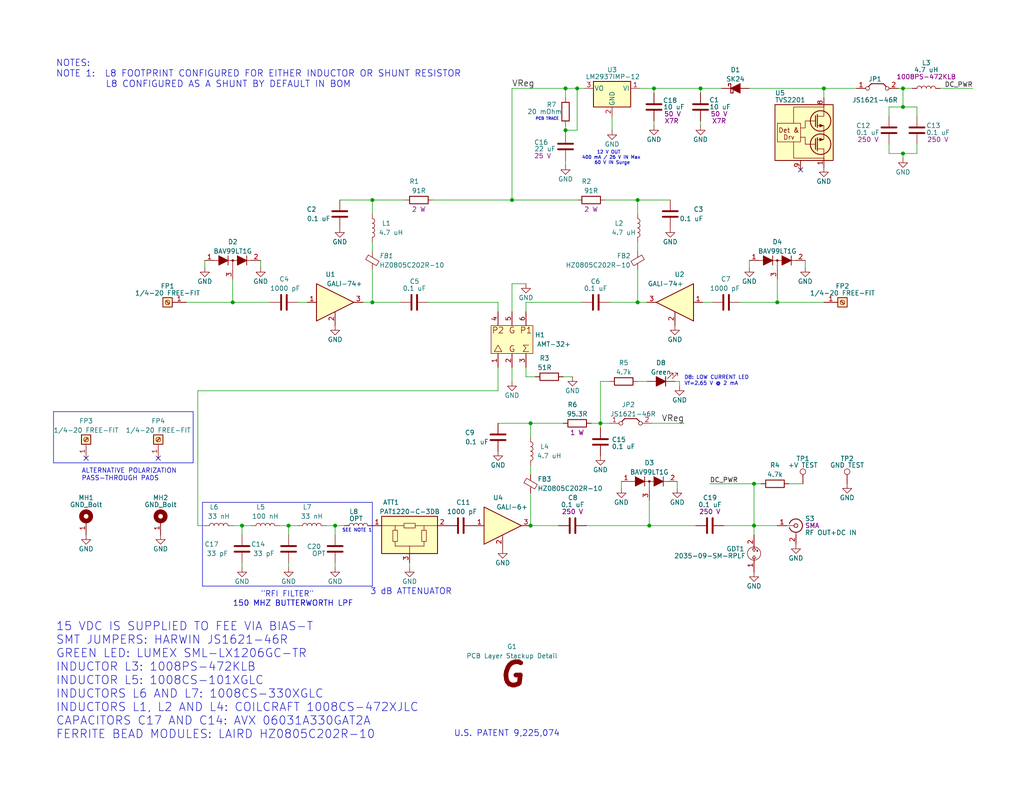
<source format=kicad_sch>
(kicad_sch (version 20230121) (generator eeschema)
  (paper "USLetter")
  (title_block (title "LWA FEE") (date "2022-04-13") (rev "2.0-32+") (company "Long Wavelength Array") (comment 1 "4555 Overlook Avenue SW") (comment 2 "Washington, DC 20375") (comment 3 "Brian Hicks / Whitham D. Reeve") (comment 4 "U.S. Naval Research Laboratory"))
  (junction (at 63.5 82.55))
  (junction (at 173.99 82.55))
  (junction (at 246.38 29.21))
  (junction (at 154.305 35.56))
  (junction (at 154.305 24.13))
  (junction (at 78.74 143.51))
  (junction (at 101.6 54.61))
  (junction (at 224.79 24.13))
  (junction (at 163.83 115.57))
  (junction (at 212.09 82.55))
  (junction (at 144.78 143.51))
  (junction (at 91.44 143.51))
  (junction (at 178.435 24.13))
  (junction (at 246.38 24.13))
  (junction (at 205.74 132.08))
  (junction (at 144.78 115.57))
  (junction (at 246.38 41.91))
  (junction (at 66.04 143.51))
  (junction (at 101.6 82.55))
  (junction (at 205.74 143.51))
  (junction (at 139.7 54.61))
  (junction (at 177.165 143.51))
  (junction (at 173.99 54.61))
  (junction (at 191.135 24.13))
  (junction (at 157.48 24.13))
  (no_connect (at 23.495 125.095))
  (no_connect (at 43.18 125.095))
  (no_connect (at 218.44 46.355))
  (wire (pts (xy 139.7 100.33) (xy 139.7 104.14)))
  (wire (pts (xy 143.51 82.55) (xy 158.75 82.55)))
  (wire (pts (xy 78.74 143.51) (xy 81.28 143.51)))
  (wire (pts (xy 196.85 24.13) (xy 191.135 24.13)))
  (wire (pts (xy 143.51 85.09) (xy 143.51 82.55)))
  (wire (pts (xy 101.6 68.58) (xy 101.6 66.04)))
  (wire (pts (xy 55.88 73.025) (xy 55.88 71.12)))
  (wire (pts (xy 194.31 82.55) (xy 191.77 82.55)))
  (wire (pts (xy 177.165 143.51) (xy 189.865 143.51)))
  (polyline (pts (xy 52.705 112.395) (xy 14.605 112.395)))
  (wire (pts (xy 184.785 133.35) (xy 184.785 131.445)))
  (wire (pts (xy 201.93 82.55) (xy 212.09 82.55)))
  (polyline (pts (xy 55.245 137.16) (xy 101.6 137.16)))
  (wire (pts (xy 178.435 24.13) (xy 191.135 24.13)))
  (wire (pts (xy 163.83 115.57) (xy 166.37 115.57)))
  (wire (pts (xy 78.74 153.67) (xy 78.74 154.94)))
  (wire (pts (xy 135.89 100.33) (xy 135.89 106.68)))
  (polyline (pts (xy 55.245 160.02) (xy 55.245 137.16)))
  (wire (pts (xy 197.485 143.51) (xy 205.74 143.51)))
  (wire (pts (xy 144.78 115.57) (xy 135.89 115.57)))
  (wire (pts (xy 205.74 146.05) (xy 205.74 143.51)))
  (wire (pts (xy 101.6 73.66) (xy 101.6 82.55)))
  (wire (pts (xy 76.2 143.51) (xy 78.74 143.51)))
  (wire (pts (xy 246.38 43.18) (xy 246.38 41.91)))
  (wire (pts (xy 50.8 82.55) (xy 63.5 82.55)))
  (wire (pts (xy 224.79 24.13) (xy 233.68 24.13)))
  (wire (pts (xy 139.7 85.09) (xy 139.7 77.47)))
  (wire (pts (xy 63.5 76.2) (xy 63.5 82.55)))
  (wire (pts (xy 143.51 102.87) (xy 143.51 100.33)))
  (wire (pts (xy 157.48 35.56) (xy 157.48 24.13)))
  (wire (pts (xy 88.9 143.51) (xy 91.44 143.51)))
  (wire (pts (xy 242.57 29.21) (xy 246.38 29.21)))
  (wire (pts (xy 91.44 153.67) (xy 91.44 154.94)))
  (wire (pts (xy 205.74 143.51) (xy 205.74 132.08)))
  (wire (pts (xy 204.47 24.13) (xy 224.79 24.13)))
  (wire (pts (xy 174.625 24.13) (xy 178.435 24.13)))
  (wire (pts (xy 191.135 25.4) (xy 191.135 24.13)))
  (wire (pts (xy 245.11 24.13) (xy 246.38 24.13)))
  (wire (pts (xy 143.51 77.47) (xy 139.7 77.47)))
  (wire (pts (xy 242.57 31.75) (xy 242.57 29.21)))
  (wire (pts (xy 204.47 73.025) (xy 204.47 71.12)))
  (wire (pts (xy 219.71 73.025) (xy 219.71 71.12)))
  (wire (pts (xy 66.04 143.51) (xy 68.58 143.51)))
  (wire (pts (xy 242.57 41.91) (xy 246.38 41.91)))
  (wire (pts (xy 71.12 73.025) (xy 71.12 71.12)))
  (wire (pts (xy 242.57 39.37) (xy 242.57 41.91)))
  (wire (pts (xy 185.42 104.14) (xy 185.42 105.41)))
  (wire (pts (xy 246.38 29.21) (xy 250.19 29.21)))
  (wire (pts (xy 166.37 104.14) (xy 163.83 104.14)))
  (wire (pts (xy 173.99 73.66) (xy 173.99 82.55)))
  (wire (pts (xy 184.15 104.14) (xy 185.42 104.14)))
  (wire (pts (xy 215.265 132.08) (xy 219.075 132.08)))
  (wire (pts (xy 143.51 102.87) (xy 146.05 102.87)))
  (wire (pts (xy 66.04 154.94) (xy 66.04 153.67)))
  (wire (pts (xy 81.28 82.55) (xy 83.82 82.55)))
  (wire (pts (xy 118.11 54.61) (xy 139.7 54.61)))
  (wire (pts (xy 144.78 115.57) (xy 144.78 119.38)))
  (wire (pts (xy 144.78 143.51) (xy 152.4 143.51)))
  (wire (pts (xy 53.975 143.51) (xy 55.88 143.51)))
  (wire (pts (xy 101.6 54.61) (xy 92.71 54.61)))
  (wire (pts (xy 153.67 102.87) (xy 156.21 102.87)))
  (wire (pts (xy 160.02 143.51) (xy 177.165 143.51)))
  (wire (pts (xy 110.49 54.61) (xy 101.6 54.61)))
  (polyline (pts (xy 101.6 160.02) (xy 55.245 160.02)))
  (wire (pts (xy 139.7 24.13) (xy 139.7 54.61)))
  (wire (pts (xy 111.76 154.94) (xy 111.76 153.67)))
  (wire (pts (xy 246.38 24.13) (xy 248.92 24.13)))
  (wire (pts (xy 139.7 54.61) (xy 157.48 54.61)))
  (wire (pts (xy 135.89 82.55) (xy 135.89 85.09)))
  (wire (pts (xy 154.305 43.815) (xy 154.305 45.085)))
  (wire (pts (xy 53.975 106.68) (xy 135.89 106.68)))
  (wire (pts (xy 173.99 82.55) (xy 166.37 82.55)))
  (wire (pts (xy 169.545 133.35) (xy 169.545 131.445)))
  (wire (pts (xy 91.44 146.05) (xy 91.44 143.51)))
  (wire (pts (xy 205.74 132.08) (xy 207.645 132.08)))
  (wire (pts (xy 154.305 35.56) (xy 154.305 34.29)))
  (wire (pts (xy 144.78 134.62) (xy 144.78 143.51)))
  (wire (pts (xy 250.19 41.91) (xy 250.19 39.37)))
  (wire (pts (xy 91.44 143.51) (xy 93.98 143.51)))
  (wire (pts (xy 178.435 33.02) (xy 178.435 34.29)))
  (wire (pts (xy 99.06 82.55) (xy 101.6 82.55)))
  (wire (pts (xy 154.305 24.13) (xy 154.305 26.67)))
  (wire (pts (xy 212.09 76.2) (xy 212.09 82.55)))
  (wire (pts (xy 256.54 24.13) (xy 265.43 24.13)))
  (wire (pts (xy 177.8 115.57) (xy 186.69 115.57)))
  (wire (pts (xy 116.84 82.55) (xy 135.89 82.55)))
  (wire (pts (xy 178.435 25.4) (xy 178.435 24.13)))
  (wire (pts (xy 246.38 41.91) (xy 250.19 41.91)))
  (wire (pts (xy 165.1 54.61) (xy 173.99 54.61)))
  (wire (pts (xy 154.305 24.13) (xy 157.48 24.13)))
  (wire (pts (xy 173.99 54.61) (xy 182.88 54.61)))
  (wire (pts (xy 176.53 82.55) (xy 173.99 82.55)))
  (wire (pts (xy 193.675 132.08) (xy 205.74 132.08)))
  (wire (pts (xy 154.305 35.56) (xy 157.48 35.56)))
  (wire (pts (xy 66.04 146.05) (xy 66.04 143.51)))
  (wire (pts (xy 139.7 24.13) (xy 154.305 24.13)))
  (polyline (pts (xy 14.605 112.395) (xy 14.605 126.365)))
  (wire (pts (xy 163.83 104.14) (xy 163.83 115.57)))
  (wire (pts (xy 78.74 146.05) (xy 78.74 143.51)))
  (wire (pts (xy 224.79 82.55) (xy 212.09 82.55)))
  (wire (pts (xy 101.6 82.55) (xy 109.22 82.55)))
  (wire (pts (xy 212.09 143.51) (xy 205.74 143.51)))
  (wire (pts (xy 154.305 36.195) (xy 154.305 35.56)))
  (polyline (pts (xy 14.605 126.365) (xy 52.705 126.365)))
  (wire (pts (xy 53.975 106.68) (xy 53.975 143.51)))
  (wire (pts (xy 167.005 31.75) (xy 167.005 35.56)))
  (polyline (pts (xy 52.705 126.365) (xy 52.705 112.395)))
  (wire (pts (xy 173.99 104.14) (xy 176.53 104.14)))
  (wire (pts (xy 157.48 24.13) (xy 159.385 24.13)))
  (wire (pts (xy 191.135 33.02) (xy 191.135 34.29)))
  (polyline (pts (xy 101.6 137.16) (xy 101.6 160.02)))
  (wire (pts (xy 63.5 143.51) (xy 66.04 143.51)))
  (wire (pts (xy 153.67 115.57) (xy 144.78 115.57)))
  (wire (pts (xy 101.6 54.61) (xy 101.6 58.42)))
  (wire (pts (xy 250.19 29.21) (xy 250.19 31.75)))
  (wire (pts (xy 144.78 129.54) (xy 144.78 127)))
  (wire (pts (xy 246.38 24.13) (xy 246.38 29.21)))
  (wire (pts (xy 163.83 116.84) (xy 163.83 115.57)))
  (wire (pts (xy 73.66 82.55) (xy 63.5 82.55)))
  (wire (pts (xy 173.99 54.61) (xy 173.99 58.42)))
  (wire (pts (xy 161.29 115.57) (xy 163.83 115.57)))
  (wire (pts (xy 177.165 136.525) (xy 177.165 143.51)))
  (wire (pts (xy 173.99 68.58) (xy 173.99 66.04)))
  (wire (pts (xy 224.79 26.67) (xy 224.79 24.13)))
  (text "PCB TRACE" (at 146.05 33.02 0) (effects (font (size 0.762 0.762)) (justify left bottom)))
  (text "\"RFI FILTER\"" (at 71.12 163.195 0) (effects (font (size 1.524 1.524)) (justify left bottom)))
  (text "U.S. PATENT 9,225,074" (at 123.825 201.295 0) (effects (font (size 1.651 1.651)) (justify left bottom)))
  (text "150 MHZ BUTTERWORTH LPF" (at 63.5 165.735 0) (effects (font (size 1.524 1.524)) (justify left bottom)))
  (text "D8: LOW CURRENT LED\nVf=2.65 V @ 2 mA" (at 186.69 105.41 0) (effects (font (size 1.016 1.016)) (justify left bottom)))
  (text "NOTES:\nNOTE 1:  L8 FOOTPRINT CONFIGURED FOR EITHER INDUCTOR OR SHUNT RESISTOR\n          L8 CONFIGURED AS A SHUNT BY DEFAULT IN BOM" (at 15.24 24.13 0) (effects (font (size 1.778 1.778)) (justify left bottom)))
  (text "SEE NOTE 1" (at 93.345 145.415 0) (effects (font (size 0.889 0.889)) (justify left bottom)))
  (text "3 dB ATTENUATOR" (at 100.965 162.56 0) (effects (font (size 1.651 1.651)) (justify left bottom)))
  (text "      12 V OUT\n400 mA / 26 V IN Max\n     60 V IN Surge" (at 158.75 45.085 0) (effects (font (size 0.889 0.889)) (justify left bottom)))
  (text "150 MHZ BUTTERWORTH LPF" (at 63.5 165.735 0) (effects (font (size 1.524 1.524)) (justify left bottom)))
  (text "15 VDC IS SUPPLIED TO FEE VIA BIAS-T\nSMT JUMPERS: HARWIN JS1621-46R\nGREEN LED: LUMEX SML-LX1206GC-TR\nINDUCTOR L3: 1008PS-472KLB\nINDUCTOR L5: 1008CS-101XGLC\nINDUCTORS L6 AND L7: 1008CS-330XGLC\nINDUCTORS L1, L2 AND L4: COILCRAFT 1008CS-472XJLC\nCAPACITORS C17 AND C14: AVX 06031A330GAT2A\nFERRITE BEAD MODULES: LAIRD HZ0805C202R-10" (at 15.24 201.93 0) (effects (font (size 2.286 2.286)) (justify left bottom)))
  (text "ALTERNATIVE POLARIZATION\nPASS-THROUGH PADS" (at 22.225 131.445 0) (effects (font (size 1.27 1.27)) (justify left bottom)))
  (label "DC_PWR" (at 193.675 132.08 0))
  (label "DC_PWR" (at 265.43 24.13 180))
  (label "VReg" (at 186.69 115.57 180) (effects (font (size 1.651 1.651))))
  (label "VReg" (at 139.7 24.13 0) (effects (font (size 1.651 1.651))))
  (symbol (lib_id "LWA_RF:GALI-74+") (at 91.44 82.55 0) (unit 1)
    (property "Reference" "U1" (at 90.17 74.93 0))
    (property "Value" "GALI-74+" (at 93.98 77.47 0))
    (property "Footprint" "LWA Balun 2020:MCL_Gali" (effects hide))
    (property "Datasheet" "https://www.minicircuits.com/pdfs/GALI-74+.pdf" (effects hide))
    (property "MPN" "GALI-74+" (effects hide))
    (property "MFGR" "Mini-Circuits" (effects hide))
    (property "Tolerance" "NA" (effects hide))
    (property "Power" "NA" (effects hide))
    (property "Voltage Rating" "NA" (effects hide))
    (property "Unit Cost" "2.65" (effects hide))
    (property "Stock" "3424" (effects hide))
    (property "Stock Date" "03/03/2022" (effects hide))
    (property "Desc" "SMT Low Noise Amplifier, DC - 1 GHz, 25.1 dB Gain, 2.7 dB NF, IP3O 38dBm, 50Ω" (effects hide))
    (property "Voltage" "NA" (effects hide))
    (property "Temp Coeff" "NA" (effects hide))
    (property "Rating (A)" "NA" (effects hide))
  )
  (symbol (lib_id "Device:C") (at 77.47 82.55 270) (unit 1)
    (property "Reference" "C4" (at 76.2 76.2 90) (effects (justify left)))
    (property "Value" "1000 pF" (at 73.66 78.74 90) (effects (justify left)))
    (property "Footprint" "LWA Balun 2020:C_1206_3216Metric_Pad1.6x1.8mm" (effects hide))
    (property "Datasheet" "https://content.kemet.com/datasheets/KEM_C1010_X7R_HV_SMD.pdf" (effects hide))
    (property "MPN" "C1206C102KBRACTU" (effects hide))
    (property "MFGR" "KEMET" (effects hide))
    (property "Tolerance" "10%" (effects hide))
    (property "Power" "NA" (effects hide))
    (property "Voltage Rating" "630 V" (effects hide))
    (property "Unit Cost" "0.32" (effects hide))
    (property "Stock" "6278" (effects hide))
    (property "Stock Date" "03/02/2022" (effects hide))
    (property "Desc" "CAP CER 1000PF 630V X7R 1206" (effects hide))
    (property "Voltage" "630 V" (effects hide))
    (property "Temp Coeff" "X7R" (effects hide))
  )
  (symbol (lib_id "power:GND") (at 91.44 88.9 0) (unit 1)
    (property "Reference" "#PWR05" (effects hide))
    (property "Value" "GND" (at 91.44 92.71 0))
  )
  (symbol (lib_id "Device:Ferrite_Bead_Small") (at 101.6 71.12 0) (unit 1)
    (property "Reference" "FB1" (at 103.505 69.85 0) (effects (font italic) (justify left)))
    (property "Value" "HZ0805C202R-10" (at 103.505 72.39 0) (effects (justify left)))
    (property "Footprint" "Inductor_SMD:L_0805_2012Metric_Pad1.15x1.40mm_HandSolder" (effects hide))
    (property "Datasheet" "https://media.digikey.com/pdf/Data%20Sheets/Laird%20Technologies/Ferrite_EMI_Catalog.pdf" (effects hide))
    (property "MPN" "HZ0805C202R-10" (effects hide))
    (property "MFGR" "Laird-Signal Integrity Products" (effects hide))
    (property "Tolerance" "NA" (effects hide))
    (property "Power" "NA" (effects hide))
    (property "Voltage Rating" "NA" (effects hide))
    (property "Unit Cost" "0.10" (effects hide))
    (property "Stock" "180780" (effects hide))
    (property "Stock Date" "03/03/2022" (effects hide))
    (property "Desc" "FERRITE BEAD 2 KOHM 0805 1LN" (effects hide))
    (property "Voltage" "NA" (effects hide))
    (property "Temp Coeff" "NA" (effects hide))
    (property "Rating (A)" "300 mA" (effects hide))
  )
  (symbol (lib_id "Device:L") (at 101.6 62.23 0) (unit 1)
    (property "Reference" "L1" (at 105.41 60.96 0))
    (property "Value" "4.7 uH" (at 106.68 63.5 0))
    (property "Footprint" "LWA Balun 2020:1008CS" (effects hide))
    (property "Datasheet" "https://www.coilcraft.com/pdfs/1008cs.pdf" (effects hide))
    (property "MPN" "1008CS-472XJLC" (effects hide))
    (property "MFGR" "Coilcraft" (effects hide))
    (property "Tolerance" "5%" (effects hide))
    (property "Power" "NA" (effects hide))
    (property "Voltage Rating" "NA" (effects hide))
    (property "Unit Cost" "0.51" (effects hide))
    (property "Stock" "77719" (effects hide))
    (property "Stock Date" "03/03/2022" (effects hide))
    (property "Desc" "FIXED IND 1008 4.7uH 5% 260mA 4Ohms" (effects hide))
    (property "Voltage" "NA" (effects hide))
    (property "Temp Coeff" "NA" (effects hide))
    (property "Rating (A)" "260 mA" (effects hide))
  )
  (symbol (lib_id "Device:C") (at 113.03 82.55 270) (unit 1)
    (property "Reference" "C5" (at 111.76 76.835 90) (effects (justify left)))
    (property "Value" "0.1 uF" (at 109.855 78.74 90) (effects (justify left)))
    (property "Footprint" "LWA Balun 2020:C_1206_3216Metric_Pad1.6x1.8mm" (effects hide))
    (property "Datasheet" "https://www.yageo.com/upload/media/product/products/datasheet/mlcc/UPY-NP0X7R_MV_100-to-630V_21.pdf" (effects hide))
    (property "MPN" "CC1206KKX7RYBB104" (effects hide))
    (property "MFGR" "Yageo" (effects hide))
    (property "Tolerance" "10%" (effects hide))
    (property "Power" "NA" (effects hide))
    (property "Voltage Rating" "250 V" (effects hide))
    (property "Unit Cost" "0.33" (effects hide))
    (property "Stock" "1075" (effects hide))
    (property "Stock Date" "03/02/2022" (effects hide))
    (property "Desc" "CAP CER 0.1UF 250V X7R 1206" (effects hide))
    (property "Voltage" "250 V" (effects hide))
    (property "Temp Coeff" "X7R" (effects hide))
  )
  (symbol (lib_id "Device:C") (at 92.71 58.42 180) (unit 1)
    (property "Reference" "C2" (at 86.36 57.15 0) (effects (justify left)))
    (property "Value" "0.1 uF" (at 90.17 59.69 0) (effects (justify left)))
    (property "Footprint" "LWA Balun 2020:C_1206_3216Metric_Pad1.6x1.8mm" (effects hide))
    (property "Datasheet" "https://www.yageo.com/upload/media/product/products/datasheet/mlcc/UPY-NP0X7R_MV_100-to-630V_21.pdf" (effects hide))
    (property "MPN" "CC1206KKX7RYBB104" (effects hide))
    (property "MFGR" "Yageo" (effects hide))
    (property "Tolerance" "10%" (effects hide))
    (property "Power" "NA" (effects hide))
    (property "Voltage Rating" "250 V" (effects hide))
    (property "Unit Cost" "0.33" (effects hide))
    (property "Stock" "1075" (effects hide))
    (property "Stock Date" "03/02/2022" (effects hide))
    (property "Desc" "CAP CER 0.1UF 250V X7R 1206" (effects hide))
    (property "Voltage" "250 V" (effects hide))
    (property "Temp Coeff" "X7R" (effects hide))
  )
  (symbol (lib_id "power:GND") (at 92.71 62.23 0) (unit 1)
    (property "Reference" "#PWR06" (effects hide))
    (property "Value" "GND" (at 92.71 66.04 0))
  )
  (symbol (lib_id "Device:R") (at 114.3 54.61 270) (unit 1)
    (property "Reference" "R1" (at 113.03 49.53 90))
    (property "Value" "91R" (at 114.3 52.07 90))
    (property "Footprint" "LWA Balun 2020:R_2512_6332Metric_Pad1.8x3.35mm" (effects hide))
    (property "Datasheet" "https://www.te.com/commerce/DocumentDelivery/DDEController?Action=srchrtrv&DocNm=9-1773463-5&DocType=DS&DocLang=English" (effects hide))
    (property "MPN" "352191RFT" (effects hide))
    (property "MFGR" "TE Connectivity Passive" (effects hide))
    (property "Tolerance" "1%" (effects hide))
    (property "Power" "2 W" (at 114.3 57.15 90))
    (property "Voltage Rating" "NA" (effects hide))
    (property "Unit Cost" "0.51" (effects hide))
    (property "Stock" "6905" (effects hide))
    (property "Stock Date" "03/03/2022" (effects hide))
    (property "Desc" "RES SMD 91 OHM 1% 2W 2512" (effects hide))
    (property "Voltage" "200 V" (effects hide))
    (property "Temp Coeff" "NA" (effects hide))
    (property "Rating (A)" "NA" (effects hide))
  )
  (symbol (lib_id "LWA_RF:GALI-74+") (at 184.15 82.55 0) (mirror y) (unit 1)
    (property "Reference" "U2" (at 185.42 74.93 0))
    (property "Value" "GALI-74+" (at 181.61 77.47 0))
    (property "Footprint" "LWA Balun 2020:MCL_Gali" (effects hide))
    (property "Datasheet" "https://www.minicircuits.com/pdfs/GALI-74+.pdf" (effects hide))
    (property "MPN" "GALI-74+" (effects hide))
    (property "MFGR" "Mini-Circuits" (effects hide))
    (property "Tolerance" "NA" (effects hide))
    (property "Power" "NA" (effects hide))
    (property "Voltage Rating" "NA" (effects hide))
    (property "Unit Cost" "2.65" (effects hide))
    (property "Stock" "3424" (effects hide))
    (property "Stock Date" "03/03/2022" (effects hide))
    (property "Desc" "SMT Low Noise Amplifier, DC - 1 GHz, 25.1 dB Gain, 2.7 dB NF, IP3O 38dBm, 50Ω" (effects hide))
    (property "Voltage" "NA" (effects hide))
    (property "Temp Coeff" "NA" (effects hide))
    (property "Rating (A)" "NA" (effects hide))
  )
  (symbol (lib_id "Device:C") (at 198.12 82.55 90) (mirror x) (unit 1)
    (property "Reference" "C7" (at 199.39 76.2 90) (effects (justify left)))
    (property "Value" "1000 pF" (at 201.93 78.74 90) (effects (justify left)))
    (property "Footprint" "LWA Balun 2020:C_1206_3216Metric_Pad1.6x1.8mm" (effects hide))
    (property "Datasheet" "https://content.kemet.com/datasheets/KEM_C1010_X7R_HV_SMD.pdf" (effects hide))
    (property "MPN" "C1206C102KBRACTU" (effects hide))
    (property "MFGR" "KEMET" (effects hide))
    (property "Tolerance" "10%" (effects hide))
    (property "Power" "NA" (effects hide))
    (property "Voltage Rating" "630 V" (effects hide))
    (property "Unit Cost" "0.32" (effects hide))
    (property "Stock" "6278" (effects hide))
    (property "Stock Date" "03/02/2022" (effects hide))
    (property "Desc" "CAP CER 1000PF 630V X7R 1206" (effects hide))
    (property "Voltage" "630 V" (effects hide))
    (property "Temp Coeff" "X7R" (effects hide))
  )
  (symbol (lib_id "power:GND") (at 184.15 88.9 0) (mirror y) (unit 1)
    (property "Reference" "#PWR018" (effects hide))
    (property "Value" "GND" (at 184.15 92.71 0))
  )
  (symbol (lib_id "Device:Ferrite_Bead_Small") (at 173.99 71.12 0) (mirror y) (unit 1)
    (property "Reference" "FB2" (at 172.085 69.85 0) (effects (justify left)))
    (property "Value" "HZ0805C202R-10" (at 172.085 72.39 0) (effects (justify left)))
    (property "Footprint" "Inductor_SMD:L_0805_2012Metric_Pad1.15x1.40mm_HandSolder" (effects hide))
    (property "Datasheet" "https://media.digikey.com/pdf/Data%20Sheets/Laird%20Technologies/Ferrite_EMI_Catalog.pdf" (effects hide))
    (property "MPN" "HZ0805C202R-10" (effects hide))
    (property "MFGR" "Laird-Signal Integrity Products" (effects hide))
    (property "Tolerance" "NA" (effects hide))
    (property "Power" "NA" (effects hide))
    (property "Voltage Rating" "NA" (effects hide))
    (property "Unit Cost" "0.10" (effects hide))
    (property "Stock" "180780" (effects hide))
    (property "Stock Date" "03/03/2022" (effects hide))
    (property "Desc" "FERRITE BEAD 2 KOHM 0805 1LN" (effects hide))
    (property "Voltage" "NA" (effects hide))
    (property "Temp Coeff" "NA" (effects hide))
    (property "Rating (A)" "300 mA" (effects hide))
  )
  (symbol (lib_id "Device:L") (at 252.73 24.13 270) (mirror x) (unit 1)
    (property "Reference" "L3" (at 252.73 17.145 90))
    (property "Value" "4.7 uH" (at 252.73 19.05 90))
    (property "Footprint" "LWA Balun 2020:1008PS" (effects hide))
    (property "Datasheet" "https://www.coilcraft.com/getmedia/5c2e7e66-e1a0-46b4-a717-0f49e9cbc826/1008ps.pdf" (effects hide))
    (property "MPN" "1008PS-472KLB" (at 252.73 20.955 90))
    (property "MFGR" "Coilcraft" (effects hide))
    (property "Tolerance" "10%" (effects hide))
    (property "Power" "NA" (effects hide))
    (property "Voltage Rating" "NA" (effects hide))
    (property "Unit Cost" "1.00" (effects hide))
    (property "Stock" "9375" (effects hide))
    (property "Stock Date" "03/03/2022" (effects hide))
    (property "Desc" "FIXED IND 1008 4.7uH 5% 260mA 4Ohms" (effects hide))
    (property "Voltage" "NA" (effects hide))
    (property "Temp Coeff" "NA" (effects hide))
    (property "Rating (A)" "950 mA" (effects hide))
  )
  (symbol (lib_id "Device:C") (at 162.56 82.55 90) (mirror x) (unit 1)
    (property "Reference" "C6" (at 163.83 76.835 90) (effects (justify left)))
    (property "Value" "0.1 uF" (at 165.735 78.74 90) (effects (justify left)))
    (property "Footprint" "LWA Balun 2020:C_1206_3216Metric_Pad1.6x1.8mm" (effects hide))
    (property "Datasheet" "https://www.yageo.com/upload/media/product/products/datasheet/mlcc/UPY-NP0X7R_MV_100-to-630V_21.pdf" (effects hide))
    (property "MPN" "CC1206KKX7RYBB104" (effects hide))
    (property "MFGR" "Yageo" (effects hide))
    (property "Tolerance" "10%" (effects hide))
    (property "Power" "NA" (effects hide))
    (property "Voltage Rating" "250 V" (effects hide))
    (property "Unit Cost" "0.33" (effects hide))
    (property "Stock" "1075" (effects hide))
    (property "Stock Date" "03/02/2022" (effects hide))
    (property "Desc" "CAP CER 0.1UF 250V X7R 1206" (effects hide))
    (property "Voltage" "250 V" (effects hide))
    (property "Temp Coeff" "X7R" (effects hide))
  )
  (symbol (lib_id "Device:C") (at 182.88 58.42 0) (mirror x) (unit 1)
    (property "Reference" "C3" (at 189.23 57.15 0) (effects (justify left)))
    (property "Value" "0.1 uF" (at 185.42 59.69 0) (effects (justify left)))
    (property "Footprint" "LWA Balun 2020:C_1206_3216Metric_Pad1.6x1.8mm" (effects hide))
    (property "Datasheet" "https://www.yageo.com/upload/media/product/products/datasheet/mlcc/UPY-NP0X7R_MV_100-to-630V_21.pdf" (effects hide))
    (property "MPN" "CC1206KKX7RYBB104" (effects hide))
    (property "MFGR" "Yageo" (effects hide))
    (property "Tolerance" "10%" (effects hide))
    (property "Power" "NA" (effects hide))
    (property "Voltage Rating" "250 V" (effects hide))
    (property "Unit Cost" "0.33" (effects hide))
    (property "Stock" "1075" (effects hide))
    (property "Stock Date" "03/02/2022" (effects hide))
    (property "Desc" "CAP CER 0.1UF 250V X7R 1206" (effects hide))
    (property "Voltage" "250 V" (effects hide))
    (property "Temp Coeff" "X7R" (effects hide))
  )
  (symbol (lib_id "power:GND") (at 182.88 62.23 0) (mirror y) (unit 1)
    (property "Reference" "#PWR017" (effects hide))
    (property "Value" "GND" (at 182.88 66.04 0))
  )
  (symbol (lib_id "Device:R") (at 161.29 54.61 90) (mirror x) (unit 1)
    (property "Reference" "R2" (at 160.02 49.53 90))
    (property "Value" "91R" (at 161.29 52.07 90))
    (property "Footprint" "LWA Balun 2020:R_2512_6332Metric_Pad1.8x3.35mm" (effects hide))
    (property "Datasheet" "https://www.te.com/commerce/DocumentDelivery/DDEController?Action=srchrtrv&DocNm=9-1773463-5&DocType=DS&DocLang=English" (effects hide))
    (property "MPN" "352191RFT" (effects hide))
    (property "MFGR" "TE Connectivity Passive" (effects hide))
    (property "Tolerance" "1%" (effects hide))
    (property "Power" "2 W" (at 161.29 57.15 90))
    (property "Voltage Rating" "200 V" (effects hide))
    (property "Unit Cost" "0.51" (effects hide))
    (property "Stock" "6905" (effects hide))
    (property "Stock Date" "03/03/2022" (effects hide))
    (property "Desc" "RES SMD 91 OHM 1% 2W 2512" (effects hide))
    (property "Voltage" "NA" (effects hide))
    (property "Temp Coeff" "NA" (effects hide))
    (property "Rating (A)" "NA" (effects hide))
  )
  (symbol (lib_id "LWA_RF:AMT-2+") (at 139.7 96.52 0) (unit 1)
    (property "Reference" "H1" (at 147.32 91.44 0))
    (property "Value" "AMT-32+" (at 151.13 93.98 0))
    (property "Footprint" "LWA Balun 2020:AMT-2" (effects hide))
    (property "Datasheet" "https://www.minicircuits.com/pdfs/AMT-2+.pdf" (effects hide))
    (property "MPN" "AMT-32+" (effects hide))
    (property "MFGR" "Mini-Circuits" (effects hide))
    (property "Tolerance" "NA" (effects hide))
    (property "Power" "NA" (effects hide))
    (property "Voltage Rating" "NA" (effects hide))
    (property "Unit Cost" "13.45" (effects hide))
    (property "Stock" "66" (effects hide))
    (property "Stock Date" "03/03/2022" (effects hide))
    (property "Voltage" "NA" (effects hide))
    (property "Temp Coeff" "NA" (effects hide))
    (property "Rating (A)" "NA" (effects hide))
    (property "Desc" "Magic Tee, 50 - 200 MHz, 180 deg Hybrid, 50Ω" (effects hide))
  )
  (symbol (lib_id "power:GND") (at 139.7 104.14 0) (unit 1)
    (property "Reference" "#PWR010" (effects hide))
    (property "Value" "GND" (at 139.7 107.95 0))
  )
  (symbol (lib_id "power:GND") (at 143.51 77.47 0) (unit 1)
    (property "Reference" "#PWR011" (effects hide))
    (property "Value" "GND" (at 143.51 81.28 0))
  )
  (symbol (lib_id "RF:PAT1220-C-3DB") (at 111.76 146.05 0) (unit 1)
    (property "Reference" "ATT1" (at 106.68 137.16 0))
    (property "Value" "PAT1220-C-3DB" (at 111.76 139.7 0))
    (property "Footprint" "LWA Balun 2020:RF_Attenuator_Susumu_PAT1220_3D" (effects hide))
    (property "Datasheet" "https://www.susumu.co.jp/common/pdf/n_catalog_partition16_en.pdf" (effects hide))
    (property "MPN" "PAT1220-C-3DB-T5" (effects hide))
    (property "MFGR" "Susumu" (effects hide))
    (property "Tolerance" "NA" (effects hide))
    (property "Power" "100 mW" (effects hide))
    (property "Voltage Rating" "NA" (effects hide))
    (property "Unit Cost" "0.33" (effects hide))
    (property "Stock" "80940" (effects hide))
    (property "Stock Date" "03/02/2022" (effects hide))
    (property "Desc" "RF ATTENUATOR 3DB 50OHM 0805" (effects hide))
    (property "Voltage" "NA" (effects hide))
    (property "Temp Coeff" "NA" (effects hide))
    (property "Rating (A)" "NA" (effects hide))
  )
  (symbol (lib_id "Device:L") (at 59.69 143.51 90) (unit 1)
    (property "Reference" "L6" (at 58.42 138.43 90))
    (property "Value" "33 nH" (at 59.69 140.97 90))
    (property "Footprint" "LWA Balun 2020:1008CS" (effects hide))
    (property "Datasheet" "https://www.coilcraft.com/pdfs/1008cs.pdf" (effects hide))
    (property "MPN" "1008CS-330XGLC" (effects hide))
    (property "MFGR" "Coilcraft" (effects hide))
    (property "Tolerance" "2%" (effects hide))
    (property "Power" "NA" (effects hide))
    (property "Voltage Rating" "NA" (effects hide))
    (property "Unit Cost" "0.85" (effects hide))
    (property "Stock" "3764" (effects hide))
    (property "Stock Date" "03/03/2022" (effects hide))
    (property "Desc" "FIXED IND 1008 33nH 2% 1A 140mOhms" (effects hide))
    (property "Voltage" "NA" (effects hide))
    (property "Temp Coeff" "NA" (effects hide))
    (property "Rating (A)" "1A" (effects hide))
  )
  (symbol (lib_id "Device:L") (at 85.09 143.51 90) (unit 1)
    (property "Reference" "L7" (at 83.82 138.43 90))
    (property "Value" "33 nH" (at 85.09 140.97 90))
    (property "Footprint" "LWA Balun 2020:1008CS" (effects hide))
    (property "Datasheet" "https://www.coilcraft.com/pdfs/1008cs.pdf" (effects hide))
    (property "MPN" "1008CS-330XGLC" (effects hide))
    (property "MFGR" "Coilcraft" (effects hide))
    (property "Tolerance" "2%" (effects hide))
    (property "Power" "NA" (effects hide))
    (property "Voltage Rating" "NA" (effects hide))
    (property "Unit Cost" "0.85" (effects hide))
    (property "Stock" "3764" (effects hide))
    (property "Stock Date" "03/03/2022" (effects hide))
    (property "Desc" "FIXED IND 1008 33nH 2% 1A 140mOhms" (effects hide))
    (property "Voltage" "NA" (effects hide))
    (property "Temp Coeff" "NA" (effects hide))
    (property "Rating (A)" "1A" (effects hide))
  )
  (symbol (lib_id "Device:L") (at 72.39 143.51 90) (unit 1)
    (property "Reference" "L5" (at 71.12 138.43 90))
    (property "Value" "100 nH" (at 72.39 140.97 90))
    (property "Footprint" "LWA Balun 2020:1008CS" (effects hide))
    (property "Datasheet" "https://www.coilcraft.com/pdfs/1008cs.pdf" (effects hide))
    (property "MPN" "1008CS-101XGLC" (effects hide))
    (property "MFGR" "Coilcraft" (effects hide))
    (property "Tolerance" "2%" (effects hide))
    (property "Power" "NA" (effects hide))
    (property "Voltage Rating" "NA" (effects hide))
    (property "Unit Cost" "0.85" (effects hide))
    (property "Stock" "9701" (effects hide))
    (property "Stock Date" "03/03/2022" (effects hide))
    (property "Desc" "FIXED IND 1008 100nH 2% 650mA 560mOhms" (effects hide))
    (property "Voltage" "NA" (effects hide))
    (property "Temp Coeff" "NA" (effects hide))
    (property "Rating (A)" "650mA" (effects hide))
  )
  (symbol (lib_id "Device:C") (at 66.04 149.86 180) (unit 1)
    (property "Reference" "C17" (at 59.69 148.59 0) (effects (justify left)))
    (property "Value" "33 pF" (at 62.23 151.13 0) (effects (justify left)))
    (property "Footprint" "Capacitor_SMD:C_0603_1608Metric_Pad1.08x0.95mm_HandSolder" (effects hide))
    (property "Datasheet" "http://datasheets.avx.com/C0GNP0-Dielectric.pdf" (effects hide))
    (property "MPN" "06031A330GAT2A" (effects hide))
    (property "MFGR" "AVX" (effects hide))
    (property "Tolerance" "2%" (effects hide))
    (property "Power" "NA" (effects hide))
    (property "Voltage Rating" "100 V" (effects hide))
    (property "Unit Cost" "0.40" (effects hide))
    (property "Stock" "862" (effects hide))
    (property "Stock Date" "04/14/2022" (effects hide))
    (property "Desc" "CAP CER 33PF 100V C0G/NP0 0603" (effects hide))
    (property "Voltage" "100 V" (effects hide))
    (property "Temp Coeff" "COG/NPO" (effects hide))
    (property "Rating (A)" "NA" (effects hide))
  )
  (symbol (lib_id "Device:C") (at 78.74 149.86 180) (unit 1)
    (property "Reference" "C14" (at 72.39 148.59 0) (effects (justify left)))
    (property "Value" "33 pF" (at 74.93 151.13 0) (effects (justify left)))
    (property "Footprint" "Capacitor_SMD:C_0603_1608Metric_Pad1.08x0.95mm_HandSolder" (effects hide))
    (property "Datasheet" "http://datasheets.avx.com/C0GNP0-Dielectric.pdf" (effects hide))
    (property "MPN" "06031A330GAT2A" (effects hide))
    (property "MFGR" "AVX" (effects hide))
    (property "Tolerance" "2%" (effects hide))
    (property "Power" "NA" (effects hide))
    (property "Voltage Rating" "100 V" (effects hide))
    (property "Unit Cost" "0.40" (effects hide))
    (property "Stock" "862" (effects hide))
    (property "Stock Date" "04/14/2022" (effects hide))
    (property "Desc" "CAP CER 33PF 100V C0G/NP0 0603" (effects hide))
    (property "Voltage" "100 V" (effects hide))
    (property "Temp Coeff" "COG/NPO" (effects hide))
    (property "Rating (A)" "NA" (effects hide))
  )
  (symbol (lib_id "power:GND") (at 66.04 154.94 0) (unit 1)
    (property "Reference" "#PWR02" (effects hide))
    (property "Value" "GND" (at 66.04 158.75 0))
  )
  (symbol (lib_id "power:GND") (at 78.74 154.94 0) (unit 1)
    (property "Reference" "#PWR04" (effects hide))
    (property "Value" "GND" (at 78.74 158.75 0))
  )
  (symbol (lib_id "power:GND") (at 111.76 154.94 0) (unit 1)
    (property "Reference" "#PWR07" (effects hide))
    (property "Value" "GND" (at 111.76 158.75 0))
  )
  (symbol (lib_id "LWA_RF:GALI-6F+") (at 137.16 143.51 0) (unit 1)
    (property "Reference" "U4" (at 135.89 135.89 0))
    (property "Value" "GALI-6+" (at 139.7 138.43 0))
    (property "Footprint" "LWA Balun 2020:MCL_Gali" (effects hide))
    (property "Datasheet" "https://www.minicircuits.com/pdfs/GALI-6+.pdf" (effects hide))
    (property "MPN" "GALI-6+" (effects hide))
    (property "MFGR" "Mini-Circuits" (effects hide))
    (property "Tolerance" "NA" (effects hide))
    (property "Power" "NA" (effects hide))
    (property "Voltage Rating" "NA" (effects hide))
    (property "Unit Cost" "1.65" (effects hide))
    (property "Stock" "650" (effects hide))
    (property "Stock Date" "03/03/2022" (effects hide))
    (property "Desc" "SMT Low Noise Amplifier, DC - 4 GHz, 12.2 dB Gain, 4.5 dB NF, IP3O 35.5 dBm, 50Ω" (effects hide))
    (property "Voltage" "NA" (effects hide))
    (property "Temp Coeff" "NA" (effects hide))
    (property "Rating (A)" "NA" (effects hide))
  )
  (symbol (lib_id "Device:C") (at 125.73 143.51 270) (unit 1)
    (property "Reference" "C11" (at 124.46 137.16 90) (effects (justify left)))
    (property "Value" "1000 pF" (at 121.92 139.7 90) (effects (justify left)))
    (property "Footprint" "LWA Balun 2020:C_1206_3216Metric_Pad1.6x1.8mm" (effects hide))
    (property "Datasheet" "https://content.kemet.com/datasheets/KEM_C1010_X7R_HV_SMD.pdf" (effects hide))
    (property "MPN" "C1206C102KBRACTU" (effects hide))
    (property "MFGR" "KEMET" (effects hide))
    (property "Tolerance" "10%" (effects hide))
    (property "Power" "NA" (effects hide))
    (property "Voltage Rating" "630 V" (effects hide))
    (property "Unit Cost" "0.32" (effects hide))
    (property "Stock" "6278" (effects hide))
    (property "Stock Date" "03/02/2022" (effects hide))
    (property "Desc" "CAP CER 1000PF 630V X7R 1206" (effects hide))
    (property "Voltage" "630 V" (effects hide))
    (property "Temp Coeff" "X7R" (effects hide))
  )
  (symbol (lib_id "power:GND") (at 137.16 149.86 0) (unit 1)
    (property "Reference" "#PWR08" (effects hide))
    (property "Value" "GND" (at 137.16 153.67 0))
  )
  (symbol (lib_id "Device:Ferrite_Bead_Small") (at 144.78 132.08 0) (unit 1)
    (property "Reference" "FB3" (at 146.685 130.81 0) (effects (justify left)))
    (property "Value" "HZ0805C202R-10" (at 146.685 133.35 0) (effects (justify left)))
    (property "Footprint" "Inductor_SMD:L_0805_2012Metric_Pad1.15x1.40mm_HandSolder" (effects hide))
    (property "Datasheet" "https://media.digikey.com/pdf/Data%20Sheets/Laird%20Technologies/Ferrite_EMI_Catalog.pdf" (effects hide))
    (property "MPN" "HZ0805C202R-10" (effects hide))
    (property "MFGR" "Laird-Signal Integrity Products" (effects hide))
    (property "Tolerance" "NA" (effects hide))
    (property "Power" "NA" (effects hide))
    (property "Voltage Rating" "NA" (effects hide))
    (property "Unit Cost" "0.10" (effects hide))
    (property "Stock" "180780" (effects hide))
    (property "Stock Date" "03/03/2022" (effects hide))
    (property "Desc" "FERRITE BEAD 2 KOHM 0805 1LN" (effects hide))
    (property "Voltage" "NA" (effects hide))
    (property "Temp Coeff" "NA" (effects hide))
    (property "Rating (A)" "300 mA" (effects hide))
  )
  (symbol (lib_id "Device:C") (at 156.21 143.51 270) (unit 1)
    (property "Reference" "C8" (at 154.94 135.89 90) (effects (justify left)))
    (property "Value" "0.1 uF" (at 153.035 137.795 90) (effects (justify left)))
    (property "Footprint" "LWA Balun 2020:C_1206_3216Metric_Pad1.6x1.8mm" (effects hide))
    (property "Datasheet" "https://www.yageo.com/upload/media/product/products/datasheet/mlcc/UPY-NP0X7R_MV_100-to-630V_21.pdf" (effects hide))
    (property "MPN" "CC1206KKX7RYBB104" (effects hide))
    (property "MFGR" "Yageo" (effects hide))
    (property "Tolerance" "10%" (effects hide))
    (property "Power" "NA" (effects hide))
    (property "Voltage Rating" "250 V" (at 156.21 139.7 90))
    (property "Unit Cost" "0.33" (effects hide))
    (property "Stock" "1075" (effects hide))
    (property "Stock Date" "03/02/2022" (effects hide))
    (property "Desc" "CAP CER 0.1UF 250V X7R 1206" (effects hide))
    (property "Voltage" "250 V" (effects hide))
    (property "Temp Coeff" "X7R" (effects hide))
  )
  (symbol (lib_id "Device:C") (at 135.89 119.38 180) (unit 1)
    (property "Reference" "C9" (at 129.54 118.11 0) (effects (justify left)))
    (property "Value" "0.1 uF" (at 133.35 120.65 0) (effects (justify left)))
    (property "Footprint" "LWA Balun 2020:C_1206_3216Metric_Pad1.6x1.8mm" (effects hide))
    (property "Datasheet" "https://www.yageo.com/upload/media/product/products/datasheet/mlcc/UPY-NP0X7R_MV_100-to-630V_21.pdf" (effects hide))
    (property "MPN" "CC1206KKX7RYBB104" (effects hide))
    (property "MFGR" "Yageo" (effects hide))
    (property "Tolerance" "10%" (effects hide))
    (property "Power" "NA" (effects hide))
    (property "Voltage Rating" "250 V" (effects hide))
    (property "Unit Cost" "0.33" (effects hide))
    (property "Stock" "1075" (effects hide))
    (property "Stock Date" "03/02/2022" (effects hide))
    (property "Desc" "CAP CER 0.1UF 250V X7R 1206" (effects hide))
    (property "Voltage" "250 V" (effects hide))
    (property "Temp Coeff" "X7R" (effects hide))
  )
  (symbol (lib_id "power:GND") (at 135.89 123.19 0) (unit 1)
    (property "Reference" "#PWR09" (effects hide))
    (property "Value" "GND" (at 135.89 127 0))
  )
  (symbol (lib_id "Device:R") (at 157.48 115.57 270) (unit 1)
    (property "Reference" "R6" (at 156.21 110.49 90))
    (property "Value" "95.3R" (at 157.48 113.03 90))
    (property "Footprint" "LWA Balun 2020:R_2512_6332Metric_Pad1.8x3.35mm" (effects hide))
    (property "Datasheet" "https://www.seielect.com/catalog/sei-rmcf_rmcp.pdf" (effects hide))
    (property "MPN" "RMCF2512FT95R3" (effects hide))
    (property "MFGR" "Stackpole Electronics Inc" (effects hide))
    (property "Tolerance" "1%" (effects hide))
    (property "Power" "1 W" (at 157.48 118.11 90))
    (property "Voltage Rating" "NA" (effects hide))
    (property "Unit Cost" "0.37" (effects hide))
    (property "Stock" "11884" (effects hide))
    (property "Stock Date" "03/03/2022" (effects hide))
    (property "Desc" "RES 95.3 OHM 1% 1W 2512" (effects hide))
    (property "Voltage" "200 V" (effects hide))
    (property "Temp Coeff" "NA" (effects hide))
    (property "Rating (A)" "NA" (effects hide))
  )
  (symbol (lib_id "Connector:Conn_Coaxial") (at 217.17 143.51 0) (unit 1)
    (property "Reference" "S3" (at 220.98 141.605 0))
    (property "Value" "RF OUT+DC IN" (at 226.695 145.415 0))
    (property "Footprint" "LWA Balun 2020:SMA_142-0701-201" (effects hide))
    (property "Datasheet" "https://belfuse.com/resources/drawings/cinchconnectivitysolutions/johnson/dr-ccs-john-142-0701-201.pdf" (effects hide))
    (property "MPN" "142-0701-201" (effects hide))
    (property "MFGR" "Cinch Connectivity Solutions Johnson" (effects hide))
    (property "Desc" "CONN SMA JACK STR 50 OHM PCB" (effects hide))
    (property "Tolerance" "NA" (effects hide))
    (property "Power" "NA" (effects hide))
    (property "Voltage Rating" "NA" (effects hide))
    (property "Unit Cost" "4.94" (effects hide))
    (property "Stock" "40347" (effects hide))
    (property "Stock Date" "03/03/2022" (effects hide))
    (property "Voltage" "NA" (effects hide))
    (property "Temp Coeff" "NA" (effects hide))
    (property "Rating (A)" "NA" (effects hide))
    (property "TYPE" "SMA" (at 221.615 143.51 0))
  )
  (symbol (lib_id "power:GND") (at 217.17 148.59 0) (unit 1)
    (property "Reference" "#PWR021" (effects hide))
    (property "Value" "GND" (at 217.17 152.4 0))
  )
  (symbol (lib_id "LWA_RF:GDT") (at 205.74 151.13 180) (unit 1)
    (property "Reference" "GDT1" (at 200.66 149.86 0))
    (property "Value" "2035-09-SM-RPLF" (at 193.675 151.765 0))
    (property "Footprint" "LWA Balun 2020:2035-09-SM-RPLF" (effects hide))
    (property "Datasheet" "https://www.bourns.com/docs/Product-Datasheets/2035-xx-SM.pdf" (effects hide))
    (property "MPN" "2035-09-SM-RPLF" (effects hide))
    (property "MFGR" "Bourns Inc." (effects hide))
    (property "Tolerance" "NA" (effects hide))
    (property "Power" "NA" (effects hide))
    (property "Voltage Rating" "90 V" (effects hide))
    (property "Unit Cost" "0.64" (effects hide))
    (property "Stock" "90060" (effects hide))
    (property "Stock Date" "03/03/2022" (effects hide))
    (property "Desc" "GDT 90V 5KA 2 POLE SURFACE MOUNT" (effects hide))
    (property "Voltage" "90 V" (effects hide))
    (property "Temp Coeff" "NA" (effects hide))
    (property "Rating (A)" "5 KA" (effects hide))
  )
  (symbol (lib_id "power:GND") (at 205.74 156.21 0) (unit 1)
    (property "Reference" "#PWR016" (effects hide))
    (property "Value" "GND" (at 205.74 160.02 0))
  )
  (symbol (lib_id "Device:LED_ALT") (at 180.34 104.14 180) (unit 1)
    (property "Reference" "D8" (at 180.34 99.06 0))
    (property "Value" "Green" (at 180.34 101.6 0))
    (property "Footprint" "LED_SMD:LED_1206_3216Metric" (effects hide))
    (property "Datasheet" "https://www.kingbrightusa.com/images/catalog/SPEC/APT3216LZGCK.pdf" (effects hide))
    (property "MPN" "APT3216LZGCK" (effects hide))
    (property "MFGR" "Kingbright" (effects hide))
    (property "Tolerance" "NA" (effects hide))
    (property "Power" "NA" (effects hide))
    (property "Voltage Rating" "2.65 V" (effects hide))
    (property "Unit Cost" "0.38" (effects hide))
    (property "Stock" "44379" (effects hide))
    (property "Stock Date" "04/13/2022" (effects hide))
    (property "Desc" "LED GREEN CLEAR 1206 SMD" (effects hide))
    (property "Voltage" "2.65 V" (effects hide))
    (property "Temp Coeff" "NA" (effects hide))
    (property "Rating (A)" "2 mA (test)" (effects hide))
  )
  (symbol (lib_id "LWA_RF:JS1621-46R") (at 171.45 115.57 0) (unit 1)
    (property "Reference" "JP2" (at 171.45 110.49 0))
    (property "Value" "JS1621-46R" (at 172.72 113.03 0))
    (property "Footprint" "LWA Balun 2020:S1621-46R" (effects hide))
    (property "Datasheet" "https://cdn.harwin.com/pdfs/S1621.pdf" (effects hide))
    (property "MPN" "S1621-46R" (effects hide))
    (property "MFGR" "Harwin Inc." (effects hide))
    (property "Tolerance" "NA" (effects hide))
    (property "Power" "NA" (effects hide))
    (property "Voltage Rating" "NA" (effects hide))
    (property "Unit Cost" "0.15" (effects hide))
    (property "Stock" "100419" (effects hide))
    (property "Stock Date" "03/03/2022" (effects hide))
    (property "Desc" "JUMPER TIN SMD" (effects hide))
    (property "Voltage" "NA" (effects hide))
    (property "Temp Coeff" "NA" (effects hide))
    (property "Rating (A)" "10 A" (effects hide))
  )
  (symbol (lib_id "Device:C") (at 163.83 120.65 180) (unit 1)
    (property "Reference" "C15" (at 170.815 120.015 0) (effects (justify left)))
    (property "Value" "0.1 uF" (at 173.355 121.92 0) (effects (justify left)))
    (property "Footprint" "LWA Balun 2020:C_1206_3216Metric_Pad1.6x1.8mm" (effects hide))
    (property "Datasheet" "https://www.yageo.com/upload/media/product/products/datasheet/mlcc/UPY-NP0X7R_MV_100-to-630V_21.pdf" (effects hide))
    (property "MPN" "CC1206KKX7RYBB104" (effects hide))
    (property "MFGR" "Yageo" (effects hide))
    (property "Tolerance" "10%" (effects hide))
    (property "Power" "NA" (effects hide))
    (property "Voltage Rating" "250 V" (effects hide))
    (property "Unit Cost" "0.33" (effects hide))
    (property "Stock" "1075" (effects hide))
    (property "Stock Date" "03/02/2022" (effects hide))
    (property "Desc" "CAP CER 0.1UF 250V X7R 1206" (effects hide))
    (property "Voltage" "250 V" (effects hide))
    (property "Temp Coeff" "X7R" (effects hide))
  )
  (symbol (lib_id "power:GND") (at 163.83 124.46 0) (unit 1)
    (property "Reference" "#PWR014" (effects hide))
    (property "Value" "GND" (at 163.83 128.27 0))
  )
  (symbol (lib_id "Connector:Screw_Terminal_01x01") (at 229.87 82.55 0) (unit 1)
    (property "Reference" "FP2" (at 229.87 78.105 0))
    (property "Value" "1/4-20 FREE-FIT" (at 229.87 80.01 0))
    (property "Footprint" "LWA Balun 2020:Feedpoint" (effects hide))
    (property "Datasheet" "NA" (effects hide))
    (property "MPN" "DNI" (effects hide))
    (property "MFGR" "DNI" (effects hide))
    (property "Tolerance" "NA" (effects hide))
    (property "Power" "NA" (effects hide))
    (property "Voltage Rating" "NA" (effects hide))
    (property "Unit Cost" "0.00" (effects hide))
    (property "Stock" "1000" (effects hide))
    (property "Stock Date" "06/12/2020" (effects hide))
    (property "Desc" "LWA FEE Feedpoint" (effects hide))
    (property "Voltage" "NA" (effects hide))
    (property "Temp Coeff" "NA" (effects hide))
    (property "Rating (A)" "NA" (effects hide))
  )
  (symbol (lib_id "Connector:Screw_Terminal_01x01") (at 45.72 82.55 180) (unit 1)
    (property "Reference" "FP1" (at 45.72 78.105 0))
    (property "Value" "1/4-20 FREE-FIT" (at 45.72 80.01 0))
    (property "Footprint" "LWA Balun 2020:Feedpoint" (effects hide))
    (property "Datasheet" "NA" (effects hide))
    (property "MPN" "DNI" (effects hide))
    (property "MFGR" "DNI" (effects hide))
    (property "Tolerance" "NA" (effects hide))
    (property "Power" "NA" (effects hide))
    (property "Voltage Rating" "NA" (effects hide))
    (property "Unit Cost" "0.00" (effects hide))
    (property "Stock" "1000" (effects hide))
    (property "Stock Date" "06/12/2020" (effects hide))
    (property "Desc" "LWA FEE Feedpoint" (effects hide))
    (property "Voltage" "NA" (effects hide))
    (property "Temp Coeff" "NA" (effects hide))
    (property "Rating (A)" "NA" (effects hide))
  )
  (symbol (lib_id "power:GND") (at 167.005 35.56 0) (unit 1)
    (property "Reference" "#PWR020" (effects hide))
    (property "Value" "GND" (at 167.005 39.37 0))
  )
  (symbol (lib_id "power:GND") (at 154.305 45.085 0) (unit 1)
    (property "Reference" "#PWR015" (effects hide))
    (property "Value" "GND" (at 154.305 48.895 0))
  )
  (symbol (lib_id "Device:C") (at 154.305 40.005 180) (unit 1)
    (property "Reference" "C16" (at 149.606 38.862 0) (effects (justify left)))
    (property "Value" "22 uF" (at 151.638 40.64 0) (effects (justify left)))
    (property "Footprint" "Capacitor_SMD:C_1210_3225Metric_Pad1.33x2.70mm_HandSolder" (effects hide))
    (property "Datasheet" "https://search.murata.co.jp/Ceramy/image/img/A01X/G101/ENG/GRM32ER71E226ME15-01.pdf" (effects hide))
    (property "MPN" "GRM32ER71E226ME15K" (effects hide))
    (property "MFGR" "KEMET" (effects hide))
    (property "Tolerance" "10%" (effects hide))
    (property "Power" "NA" (effects hide))
    (property "Voltage Rating" "25 V" (at 148.082 42.545 0))
    (property "Unit Cost" "1.25" (effects hide))
    (property "Stock" "15270" (effects hide))
    (property "Stock Date" "03/02/2022" (effects hide))
    (property "Desc" "CAP CER 22UF 25V X7R 1210" (effects hide))
    (property "Voltage" "25V" (effects hide))
    (property "Temp Coeff" "X7R" (effects hide))
    (property "Rating (A)" "NA" (effects hide))
  )
  (symbol (lib_id "power:GND") (at 185.42 105.41 0) (unit 1)
    (property "Reference" "#PWR019" (effects hide))
    (property "Value" "GND" (at 185.42 109.22 0))
  )
  (symbol (lib_id "Device:D_Schottky_ALT") (at 200.66 24.13 0) (unit 1)
    (property "Reference" "D1" (at 200.66 19.05 0))
    (property "Value" "SK24" (at 200.66 21.59 0))
    (property "Footprint" "Diode_SMD:D_SMB_Handsoldering" (effects hide))
    (property "Datasheet" "https://diotec.com/tl_files/diotec/files/pdf/datasheets/sk22.pdf" (effects hide))
    (property "MPN" "SK24" (effects hide))
    (property "MFGR" "Diotec Semiconductor" (effects hide))
    (property "Tolerance" "NA" (effects hide))
    (property "Power" "NA" (effects hide))
    (property "Voltage Rating" "500 mV @ 2 A" (effects hide))
    (property "Unit Cost" "0.07" (effects hide))
    (property "Stock" "2216850" (effects hide))
    (property "Stock Date" "03/03/2022" (effects hide))
    (property "Desc" "SCHOTTKY SMB 40V 2A" (effects hide))
    (property "Voltage" "500 mV @ 2 A" (effects hide))
    (property "Temp Coeff" "NA" (effects hide))
    (property "Rating (A)" "2 A" (effects hide))
  )
  (symbol (lib_id "power:GND") (at 178.435 34.29 0) (unit 1)
    (property "Reference" "#PWR022" (effects hide))
    (property "Value" "GND" (at 178.435 38.1 0))
  )
  (symbol (lib_id "LWA_RF:JS1621-46R") (at 238.76 24.13 0) (unit 1)
    (property "Reference" "JP1" (at 238.76 21.59 0))
    (property "Value" "JS1621-46R" (at 238.76 27.305 0))
    (property "Footprint" "LWA Balun 2020:S1621-46R" (effects hide))
    (property "Datasheet" "https://cdn.harwin.com/pdfs/S1621.pdf" (effects hide))
    (property "MPN" "S1621-46R" (effects hide))
    (property "MFGR" "Harwin Inc." (effects hide))
    (property "Tolerance" "NA" (effects hide))
    (property "Power" "NA" (effects hide))
    (property "Voltage Rating" "NA" (effects hide))
    (property "Unit Cost" "0.15" (effects hide))
    (property "Stock" "100419" (effects hide))
    (property "Stock Date" "03/03/2022" (effects hide))
    (property "Desc" "JUMPER TIN SMD" (effects hide))
    (property "Voltage" "NA" (effects hide))
    (property "Temp Coeff" "NA" (effects hide))
    (property "Rating (A)" "10 A" (effects hide))
  )
  (symbol (lib_id "Device:R") (at 149.86 102.87 270) (unit 1)
    (property "Reference" "R3" (at 148.59 97.79 90))
    (property "Value" "51R" (at 148.59 100.33 90))
    (property "Footprint" "Resistor_SMD:R_1206_3216Metric_Pad1.30x1.75mm_HandSolder" (effects hide))
    (property "Datasheet" "https://www.seielect.com/catalog/sei-rmcf_rmcp.pdf" (effects hide))
    (property "MPN" "RMCF1206FT51R0" (effects hide))
    (property "MFGR" "Stackpole Electronics, Inc." (effects hide))
    (property "Tolerance" "1%" (effects hide))
    (property "Power" "0.250 W" (effects hide))
    (property "Voltage Rating" "NA" (effects hide))
    (property "Unit Cost" "0.56" (effects hide))
    (property "Stock" "57265" (effects hide))
    (property "Stock Date" "03/03/2022" (effects hide))
    (property "Desc" "RES 51 OHM 1% 1/4W 1206" (effects hide))
    (property "Voltage" "200 V" (effects hide))
    (property "Temp Coeff" "NA" (effects hide))
    (property "Rating (A)" "NA" (effects hide))
  )
  (symbol (lib_id "power:GND") (at 156.21 102.87 0) (unit 1)
    (property "Reference" "#PWR013" (effects hide))
    (property "Value" "GND" (at 156.21 106.68 0))
  )
  (symbol (lib_id "power:GND") (at 191.135 34.29 0) (unit 1)
    (property "Reference" "#PWR026" (effects hide))
    (property "Value" "GND" (at 191.135 38.1 0))
  )
  (symbol (lib_id "Device:L") (at 173.99 62.23 0) (unit 1)
    (property "Reference" "L2" (at 168.91 60.96 0))
    (property "Value" "4.7 uH" (at 170.18 63.5 0))
    (property "Footprint" "LWA Balun 2020:1008CS" (effects hide))
    (property "Datasheet" "https://www.coilcraft.com/pdfs/1008cs.pdf" (effects hide))
    (property "MPN" "1008CS-472XJLC" (effects hide))
    (property "MFGR" "Coilcraft" (effects hide))
    (property "Tolerance" "5%" (effects hide))
    (property "Power" "NA" (effects hide))
    (property "Voltage Rating" "NA" (effects hide))
    (property "Unit Cost" "0.51" (effects hide))
    (property "Stock" "77719" (effects hide))
    (property "Stock Date" "03/03/2022" (effects hide))
    (property "Desc" "FIXED IND 1008 4.7uH 5% 260mA 4Ohms" (effects hide))
    (property "Voltage" "NA" (effects hide))
    (property "Temp Coeff" "NA" (effects hide))
    (property "Rating (A)" "260 mA" (effects hide))
  )
  (symbol (lib_id "Device:L") (at 144.78 123.19 0) (unit 1)
    (property "Reference" "L4" (at 148.59 121.92 0))
    (property "Value" "4.7 uH" (at 149.86 124.46 0))
    (property "Footprint" "LWA Balun 2020:1008CS" (effects hide))
    (property "Datasheet" "https://www.coilcraft.com/pdfs/1008cs.pdf" (effects hide))
    (property "MPN" "1008CS-472XJLC" (effects hide))
    (property "MFGR" "Coilcraft" (effects hide))
    (property "Tolerance" "5%" (effects hide))
    (property "Power" "NA" (effects hide))
    (property "Voltage Rating" "NA" (effects hide))
    (property "Unit Cost" "0.51" (effects hide))
    (property "Stock" "77719" (effects hide))
    (property "Stock Date" "03/03/2022" (effects hide))
    (property "Desc" "FIXED IND 1008 4.7uH 5% 260mA 4Ohms" (effects hide))
    (property "Voltage" "NA" (effects hide))
    (property "Temp Coeff" "NA" (effects hide))
    (property "Rating (A)" "260 mA" (effects hide))
  )
  (symbol (lib_id "Device:C") (at 191.135 29.21 180) (unit 1)
    (property "Reference" "C1" (at 196.215 27.305 0) (effects (justify left)))
    (property "Value" "10 uF" (at 199.39 29.21 0) (effects (justify left)))
    (property "Footprint" "Capacitor_SMD:C_1210_3225Metric_Pad1.33x2.70mm_HandSolder" (effects hide))
    (property "Datasheet" "https://content.kemet.com/datasheets/KEM_C1002_X7R_SMD.pdf" (effects hide))
    (property "MPN" "CL32B106KBJNNWE" (effects hide))
    (property "MFGR" "Samsung" (effects hide))
    (property "Tolerance" "10%" (effects hide))
    (property "Power" "NA" (effects hide))
    (property "Voltage Rating" "50 V" (at 196.215 31.115 0))
    (property "Unit Cost" "0.34" (effects hide))
    (property "Stock" "15000" (effects hide))
    (property "Stock Date" "03/02/2022" (effects hide))
    (property "Desc" "CAP CER 10UF 50V X7R 1210" (effects hide))
    (property "Voltage" "50 V" (effects hide))
    (property "Temp Coeff" "X7R" (at 196.215 33.02 0))
    (property "Rating (A)" "NA" (effects hide))
  )
  (symbol (lib_id "Connector:Screw_Terminal_01x01") (at 23.495 120.015 90) (unit 1)
    (property "Reference" "FP3" (at 23.495 114.935 90))
    (property "Value" "1/4-20 FREE-FIT" (at 23.495 117.475 90))
    (property "Footprint" "LWA Balun 2020:Feedpoint" (effects hide))
    (property "Datasheet" "NA" (effects hide))
    (property "MPN" "DNI" (effects hide))
    (property "MFGR" "DNI" (effects hide))
    (property "Tolerance" "NA" (effects hide))
    (property "Power" "NA" (effects hide))
    (property "Voltage Rating" "NA" (effects hide))
    (property "Unit Cost" "0.00" (effects hide))
    (property "Stock" "1000" (effects hide))
    (property "Stock Date" "06/12/2020" (effects hide))
    (property "Desc" "LWA FEE Feedpoint" (effects hide))
    (property "Voltage" "NA" (effects hide))
    (property "Temp Coeff" "NA" (effects hide))
    (property "Rating (A)" "NA" (effects hide))
  )
  (symbol (lib_id "Connector:Screw_Terminal_01x01") (at 43.18 120.015 90) (unit 1)
    (property "Reference" "FP4" (at 43.18 114.935 90))
    (property "Value" "1/4-20 FREE-FIT" (at 43.18 117.475 90))
    (property "Footprint" "LWA Balun 2020:Feedpoint" (effects hide))
    (property "Datasheet" "NA" (effects hide))
    (property "MPN" "DNI" (effects hide))
    (property "MFGR" "DNI" (effects hide))
    (property "Tolerance" "NA" (effects hide))
    (property "Power" "NA" (effects hide))
    (property "Voltage Rating" "NA" (effects hide))
    (property "Unit Cost" "0.00" (effects hide))
    (property "Stock" "1000" (effects hide))
    (property "Stock Date" "06/12/2020" (effects hide))
    (property "Desc" "LWA FEE Feedpoint" (effects hide))
    (property "Voltage" "NA" (effects hide))
    (property "Temp Coeff" "NA" (effects hide))
    (property "Rating (A)" "NA" (effects hide))
  )
  (symbol (lib_id "Connector:TestPoint") (at 219.075 132.08 0) (unit 1)
    (property "Reference" "TP1" (at 219.075 125.222 0))
    (property "Value" "+V TEST" (at 219.075 127 0))
    (property "Footprint" "LWA Balun 2020:Harwin_TP_S1751-46R" (effects hide))
    (property "Datasheet" "https://cdn.harwin.com/pdfs/S1751R.pdf" (effects hide))
    (property "MPN" "S1751-46R" (effects hide))
    (property "MFGR" "Harwin Inc" (effects hide))
    (property "Tolerance" "NA" (effects hide))
    (property "Power" "NA" (effects hide))
    (property "Voltage Rating" "NA" (effects hide))
    (property "Unit Cost" "0.20" (effects hide))
    (property "Stock" "157264" (effects hide))
    (property "Stock Date" "03/03/2022" (effects hide))
    (property "Desc" "PC TEST POINT NATURAL" (effects hide))
    (property "Voltage" "NA" (effects hide))
    (property "Temp Coeff" "NA" (effects hide))
    (property "Rating (A)" "NA" (effects hide))
  )
  (symbol (lib_id "Connector:TestPoint") (at 231.14 132.08 0) (unit 1)
    (property "Reference" "TP2" (at 231.14 125.222 0))
    (property "Value" "GND TEST" (at 231.14 127 0))
    (property "Footprint" "LWA Balun 2020:Harwin_TP_S1751-46R" (effects hide))
    (property "Datasheet" "https://cdn.harwin.com/pdfs/S1751R.pdf" (effects hide))
    (property "MPN" "S1751-46R" (effects hide))
    (property "MFGR" "Harwin Inc" (effects hide))
    (property "Tolerance" "NA" (effects hide))
    (property "Power" "NA" (effects hide))
    (property "Voltage Rating" "NA" (effects hide))
    (property "Unit Cost" "0.20" (effects hide))
    (property "Stock" "157264" (effects hide))
    (property "Stock Date" "03/03/2022" (effects hide))
    (property "Desc" "PC TEST POINT NATURAL" (effects hide))
    (property "Voltage" "NA" (effects hide))
    (property "Temp Coeff" "NA" (effects hide))
    (property "Rating (A)" "NA" (effects hide))
  )
  (symbol (lib_id "power:GND") (at 231.14 132.08 0) (unit 1)
    (property "Reference" "#PWR024" (effects hide))
    (property "Value" "GND" (at 231.14 135.89 0))
  )
  (symbol (lib_id "Device:R") (at 211.455 132.08 90) (unit 1)
    (property "Reference" "R4" (at 211.455 127 90))
    (property "Value" "4.7k" (at 211.455 129.54 90))
    (property "Footprint" "Resistor_SMD:R_1206_3216Metric_Pad1.30x1.75mm_HandSolder" (effects hide))
    (property "Datasheet" "https://industrial.panasonic.com/cdbs/www-data/pdf/RDA0000/AOA0000C304.pdf" (effects hide))
    (property "MPN" "ERJ-8GEYJ472V" (effects hide))
    (property "MFGR" "Panasonic Electronic Components" (effects hide))
    (property "Tolerance" "5%" (effects hide))
    (property "Power" "0.250 W" (effects hide))
    (property "Voltage Rating" "NA" (effects hide))
    (property "Unit Cost" "0.05" (effects hide))
    (property "Stock" "229032" (effects hide))
    (property "Stock Date" "03/03/2022" (effects hide))
    (property "Desc" "RES SMD 4.7K OHM 5% 1/4W 1206" (effects hide))
    (property "Voltage" "200 V" (effects hide))
    (property "Temp Coeff" "NA" (effects hide))
    (property "Rating (A)" "NA" (effects hide))
  )
  (symbol (lib_id "Device:C") (at 178.435 29.21 180) (unit 1)
    (property "Reference" "C18" (at 184.785 27.432 0) (effects (justify left)))
    (property "Value" "10 uF" (at 186.817 29.21 0) (effects (justify left)))
    (property "Footprint" "Capacitor_SMD:C_1210_3225Metric_Pad1.33x2.70mm_HandSolder" (effects hide))
    (property "Datasheet" "https://content.kemet.com/datasheets/KEM_C1002_X7R_SMD.pdf" (effects hide))
    (property "MPN" "CL32B106KBJNNWE" (effects hide))
    (property "MFGR" "Samsung" (effects hide))
    (property "Tolerance" "10%" (effects hide))
    (property "Power" "NA" (effects hide))
    (property "Voltage Rating" "50 V" (at 183.515 31.115 0))
    (property "Unit Cost" "0.34" (effects hide))
    (property "Stock" "15000" (effects hide))
    (property "Stock Date" "03/02/2022" (effects hide))
    (property "Desc" "CAP CER 10UF 50V X7R 1210" (effects hide))
    (property "Voltage" "50 V" (effects hide))
    (property "Temp Coeff" "X7R" (at 183.261 33.02 0))
    (property "Rating (A)" "NA" (effects hide))
  )
  (symbol (lib_id "Device:C") (at 250.19 35.56 0) (mirror x) (unit 1)
    (property "Reference" "C13" (at 252.73 34.29 0) (effects (justify left)))
    (property "Value" "0.1 uF" (at 252.73 36.195 0) (effects (justify left)))
    (property "Footprint" "LWA Balun 2020:C_1206_3216Metric_Pad1.6x1.8mm" (effects hide))
    (property "Datasheet" "https://www.yageo.com/upload/media/product/products/datasheet/mlcc/UPY-NP0X7R_MV_100-to-630V_21.pdf" (effects hide))
    (property "MPN" "CC1206KKX7RYBB104" (effects hide))
    (property "MFGR" "Yageo" (effects hide))
    (property "Tolerance" "10%" (effects hide))
    (property "Power" "NA" (effects hide))
    (property "Voltage Rating" "250 V" (at 255.905 38.1 0))
    (property "Unit Cost" "0.33" (effects hide))
    (property "Stock" "1075" (effects hide))
    (property "Stock Date" "03/02/2022" (effects hide))
    (property "Desc" "CAP CER 0.1UF 250V X7R 1206" (effects hide))
    (property "Voltage" "250 V" (effects hide))
    (property "Temp Coeff" "X7R" (effects hide))
  )
  (symbol (lib_id "Device:C") (at 242.57 35.56 180) (unit 1)
    (property "Reference" "C12" (at 237.49 34.29 0) (effects (justify left)))
    (property "Value" "0.1 uF" (at 240.03 36.195 0) (effects (justify left)))
    (property "Footprint" "LWA Balun 2020:C_1206_3216Metric_Pad1.6x1.8mm" (effects hide))
    (property "Datasheet" "https://www.yageo.com/upload/media/product/products/datasheet/mlcc/UPY-NP0X7R_MV_100-to-630V_21.pdf" (effects hide))
    (property "MPN" "CC1206KKX7RYBB104" (effects hide))
    (property "MFGR" "Yageo" (effects hide))
    (property "Tolerance" "10%" (effects hide))
    (property "Power" "NA" (effects hide))
    (property "Voltage Rating" "250 V" (at 236.855 38.1 0))
    (property "Unit Cost" "0.33" (effects hide))
    (property "Stock" "1075" (effects hide))
    (property "Stock Date" "03/02/2022" (effects hide))
    (property "Desc" "CAP CER 0.1UF 250V X7R 1206" (effects hide))
    (property "Voltage" "250 V" (effects hide))
    (property "Temp Coeff" "X7R" (effects hide))
  )
  (symbol (lib_id "power:GND") (at 246.38 43.18 0) (unit 1)
    (property "Reference" "#PWR029" (effects hide))
    (property "Value" "GND" (at 246.38 46.99 0))
  )
  (symbol (lib_id "LWA_RF:GND_Bolt") (at 23.495 140.97 0) (unit 1)
    (property "Reference" "MH1" (at 23.495 135.89 0))
    (property "Value" "GND_Bolt" (at 23.495 137.795 0))
    (property "Footprint" "LWA Balun 2020:GND_Bolt" (effects hide))
  )
  (symbol (lib_id "power:GND") (at 23.495 146.05 0) (unit 1)
    (property "Reference" "#PWR027" (effects hide))
    (property "Value" "GND" (at 23.495 149.86 0))
  )
  (symbol (lib_id "LWA_RF:GND_Bolt") (at 43.815 140.97 0) (unit 1)
    (property "Reference" "MH2" (at 43.815 135.89 0))
    (property "Value" "GND_Bolt" (at 43.815 137.795 0))
    (property "Footprint" "LWA Balun 2020:GND_Bolt" (effects hide))
  )
  (symbol (lib_id "power:GND") (at 43.815 146.05 0) (unit 1)
    (property "Reference" "#PWR028" (effects hide))
    (property "Value" "GND" (at 43.815 149.86 0))
  )
  (symbol (lib_id "Device:C") (at 193.675 143.51 270) (unit 1)
    (property "Reference" "C19" (at 191.77 135.89 90) (effects (justify left)))
    (property "Value" "0.1 uF" (at 190.5 137.795 90) (effects (justify left)))
    (property "Footprint" "LWA Balun 2020:C_1206_3216Metric_Pad1.6x1.8mm" (effects hide))
    (property "Datasheet" "https://www.yageo.com/upload/media/product/products/datasheet/mlcc/UPY-NP0X7R_MV_100-to-630V_21.pdf" (effects hide))
    (property "MPN" "CC1206KKX7RYBB104" (effects hide))
    (property "MFGR" "Yageo" (effects hide))
    (property "Tolerance" "10%" (effects hide))
    (property "Power" "NA" (effects hide))
    (property "Voltage Rating" "250 V" (at 193.675 139.7 90))
    (property "Unit Cost" "0.33" (effects hide))
    (property "Stock" "1075" (effects hide))
    (property "Stock Date" "03/02/2022" (effects hide))
    (property "Desc" "CAP CER 0.1UF 250V X7R 1206" (effects hide))
    (property "Voltage" "250 V" (effects hide))
    (property "Temp Coeff" "X7R" (effects hide))
  )
  (symbol (lib_id "LWA_RF:TVS2201") (at 224.79 33.02 0) (unit 1)
    (property "Reference" "U5" (at 211.455 25.4 0) (effects (justify left)))
    (property "Value" "TVS2201" (at 211.455 27.305 0) (effects (justify left)))
    (property "Footprint" "LWA Balun 2020:Texas_DRB0008A_VSON-N8_No_Vias" (effects hide))
    (property "Datasheet" "https://www.ti.com/lit/ds/symlink/tvs2201.pdf?ts=1607026483653&ref_url=https%253A%252F%252Fwww.google.com%252F" (effects hide))
    (property "MPN" "TVS2201DRBR" (effects hide))
    (property "MFGR" "Texas Instruments" (effects hide))
    (property "Tolerance" "NA" (effects hide))
    (property "Power" "NA" (effects hide))
    (property "Voltage Rating" "Standoff ±22 V / Clamping 29.6 V" (effects hide))
    (property "Unit Cost" "0.65" (effects hide))
    (property "Stock" "733" (effects hide))
    (property "Stock Date" "03/03/2022" (effects hide))
    (property "Desc" "IC BIIDIR FLAT CLAMP TVS" (effects hide))
    (property "Voltage" "Standoff ±22 V / Clamping 29.6 V" (effects hide))
    (property "Temp Coeff" "NA" (effects hide))
    (property "Rating (A)" "30 A" (effects hide))
  )
  (symbol (lib_id "Device:C") (at 91.44 149.86 180) (unit 1)
    (property "Reference" "C20" (at 87.63 149.225 0) (effects (justify left)))
    (property "Value" "OPT" (at 88.9 151.13 0) (effects (justify left)))
    (property "Footprint" "Capacitor_SMD:C_0603_1608Metric_Pad1.08x0.95mm_HandSolder" (effects hide))
    (property "Datasheet" "http://datasheets.avx.com/C0GNP0-Dielectric.pdf" (effects hide))
    (property "MPN" "DNI" (effects hide))
    (property "MFGR" "DNI" (effects hide))
    (property "Tolerance" "2%" (effects hide))
    (property "Power" "NA" (effects hide))
    (property "Voltage Rating" "100 V" (effects hide))
    (property "Unit Cost" "0.00" (effects hide))
    (property "Stock" "TBD" (effects hide))
    (property "Stock Date" "TBD" (effects hide))
    (property "Desc" "CAP CER TBD 0603" (effects hide))
    (property "Voltage" "TBD" (effects hide))
    (property "Temp Coeff" "COG/NPO" (effects hide))
    (property "Rating (A)" "NA" (effects hide))
  )
  (symbol (lib_id "power:GND") (at 91.44 154.94 0) (unit 1)
    (property "Reference" "#PWR032" (effects hide))
    (property "Value" "GND" (at 91.44 158.75 0))
  )
  (symbol (lib_id "power:GND") (at 224.79 45.72 0) (unit 1)
    (property "Reference" "#PWR0101" (effects hide))
    (property "Value" "GND" (at 224.79 49.53 0))
  )
  (symbol (lib_id "Device:L") (at 97.79 143.51 90) (unit 1)
    (property "Reference" "L8" (at 96.52 139.7 90))
    (property "Value" "OPT" (at 97.155 141.605 90))
    (property "Footprint" "LWA Balun 2020:1008CS_RES" (effects hide))
    (property "Datasheet" "https://www.seielect.com/catalog/sei-rmcf_rmcp.pdf" (effects hide))
    (property "MPN" "RMCF0603ZT0R00" (effects hide))
    (property "MFGR" "Stackpole Electronics Inc" (effects hide))
    (property "Tolerance" "2%" (effects hide))
    (property "Power" "NA" (effects hide))
    (property "Voltage Rating" "NA" (effects hide))
    (property "Unit Cost" "0.01" (effects hide))
    (property "Stock" "5009095" (effects hide))
    (property "Stock Date" "03/03/2022" (effects hide))
    (property "Desc" "RES 0 OHM JUMPER 1/10W 0603" (effects hide))
    (property "Voltage" "NA" (effects hide))
    (property "Temp Coeff" "NA" (effects hide))
    (property "Rating (A)" "1A" (effects hide))
  )
  (symbol (lib_id "LWA_RF:BAV99_F") (at 212.09 71.12 0) (unit 1)
    (property "Reference" "D4" (at 212.09 66.04 0))
    (property "Value" "BAV99LT1G" (at 212.09 68.58 0))
    (property "Footprint" "Package_TO_SOT_SMD:SOT-23" (effects hide))
    (property "Datasheet" "https://www.onsemi.com/pdf/datasheet/bav99lt1-d.pdf" (effects hide))
    (property "Desc" "DIODE ARRAY 100V 215MA SOT23-3" (effects hide))
    (property "MFGR" "ON Semiconductor" (effects hide))
    (property "MPN" "BAV99LT1G" (effects hide))
    (property "Power" "NA" (effects hide))
    (property "Rating (A)" "215 mA" (effects hide))
    (property "Stock" "8246" (effects hide))
    (property "Stock Date" "03/02/2022" (effects hide))
    (property "Temp Coeff" "NA" (effects hide))
    (property "Tolerance" "NA" (effects hide))
    (property "Unit Cost" "0.38" (effects hide))
    (property "Voltage" "100 V" (effects hide))
    (property "Voltage Rating" "100 V" (effects hide))
  )
  (symbol (lib_id "LWA_RF:BAV99_F") (at 63.5 71.12 0) (unit 1)
    (property "Reference" "D2" (at 63.5 66.04 0))
    (property "Value" "BAV99LT1G" (at 63.5 68.58 0))
    (property "Footprint" "Package_TO_SOT_SMD:SOT-23" (effects hide))
    (property "Datasheet" "https://www.onsemi.com/pdf/datasheet/bav99lt1-d.pdf" (effects hide))
    (property "Desc" "DIODE ARRAY 100V 215MA SOT23-3" (effects hide))
    (property "MFGR" "ON Semiconductor" (effects hide))
    (property "MPN" "BAV99LT1G" (effects hide))
    (property "Power" "NA" (effects hide))
    (property "Rating (A)" "215 mA" (effects hide))
    (property "Stock" "8246" (effects hide))
    (property "Stock Date" "03/02/2022" (effects hide))
    (property "Temp Coeff" "NA" (effects hide))
    (property "Tolerance" "NA" (effects hide))
    (property "Unit Cost" "0.38" (effects hide))
    (property "Voltage" "100 V" (effects hide))
    (property "Voltage Rating" "100 V" (effects hide))
  )
  (symbol (lib_id "power:GND") (at 55.88 73.025 0) (unit 1)
    (property "Reference" "#PWR0106" (effects hide))
    (property "Value" "GND" (at 55.88 76.835 0))
  )
  (symbol (lib_id "power:GND") (at 71.12 73.025 0) (unit 1)
    (property "Reference" "#PWR0107" (effects hide))
    (property "Value" "GND" (at 71.12 76.835 0))
  )
  (symbol (lib_id "LWA_RF:BAV99_F") (at 177.165 131.445 0) (unit 1)
    (property "Reference" "D3" (at 177.165 126.365 0))
    (property "Value" "BAV99LT1G" (at 177.165 128.905 0))
    (property "Footprint" "Package_TO_SOT_SMD:SOT-23" (effects hide))
    (property "Datasheet" "https://www.onsemi.com/pdf/datasheet/bav99lt1-d.pdf" (effects hide))
    (property "Desc" "DIODE ARRAY 100V 215MA SOT23-3" (effects hide))
    (property "MFGR" "ON Semiconductor" (effects hide))
    (property "MPN" "BAV99LT1G" (effects hide))
    (property "Power" "NA" (effects hide))
    (property "Rating (A)" "215 mA" (effects hide))
    (property "Stock" "8246" (effects hide))
    (property "Stock Date" "03/02/2022" (effects hide))
    (property "Temp Coeff" "NA" (effects hide))
    (property "Tolerance" "NA" (effects hide))
    (property "Unit Cost" "0.38" (effects hide))
    (property "Voltage" "100 V" (effects hide))
    (property "Voltage Rating" "100 V" (effects hide))
  )
  (symbol (lib_id "power:GND") (at 169.545 133.35 0) (unit 1)
    (property "Reference" "#PWR0108" (effects hide))
    (property "Value" "GND" (at 169.545 137.16 0))
  )
  (symbol (lib_id "power:GND") (at 184.785 133.35 0) (unit 1)
    (property "Reference" "#PWR0109" (effects hide))
    (property "Value" "GND" (at 184.785 137.16 0))
  )
  (symbol (lib_id "power:GND") (at 219.71 73.025 0) (unit 1)
    (property "Reference" "#PWR0105" (effects hide))
    (property "Value" "GND" (at 219.71 76.835 0))
  )
  (symbol (lib_id "power:GND") (at 204.47 73.025 0) (unit 1)
    (property "Reference" "#PWR0104" (effects hide))
    (property "Value" "GND" (at 204.47 76.835 0))
  )
  (symbol (lib_id "Regulator_Linear:LM2937xMP") (at 167.005 24.13 0) (mirror y) (unit 1)
    (property "Reference" "U3" (at 167.005 19.05 0))
    (property "Value" "LM2937IMP-12" (at 174.625 20.955 0) (effects (justify left)))
    (property "Footprint" "Package_TO_SOT_SMD:SOT-223-3_TabPin2" (effects hide))
    (property "Datasheet" "https://www.ti.com/general/docs/suppproductinfo.tsp?distId=10&gotoUrl=http%3A%2F%2Fwww.ti.com%2Flit%2Fgpn%2Flm2937" (effects hide))
    (property "MPN" "LM2937IMP-12/NOPB" (effects hide))
    (property "MFGR" "Texas Instruments" (effects hide))
    (property "Tolerance" "NA" (effects hide))
    (property "Power" "NA" (effects hide))
    (property "Voltage Rating" "NA" (effects hide))
    (property "Unit Cost" "1.44" (effects hide))
    (property "Stock" "400" (effects hide))
    (property "Stock Date" "03/03/2022" (effects hide))
    (property "Desc" "IC REG LINEAR 12V 400MA SOT223-4" (effects hide))
    (property "Voltage" "12 V" (effects hide))
    (property "Temp Coeff" "NA" (effects hide))
    (property "Rating (A)" "400 mA" (effects hide))
  )
  (symbol (lib_id "Device:R") (at 154.305 30.48 0) (unit 1)
    (property "Reference" "R7" (at 150.495 28.575 0))
    (property "Value" "20 mOhm" (at 148.59 30.48 0))
    (property "Footprint" "LWA Balun 2020:ESR_20_mOhm" (effects hide))
    (property "Datasheet" "NA" (effects hide))
    (property "MPN" "Virtual" (effects hide))
    (property "MFGR" "Virtual" (effects hide))
    (property "Tolerance" "NA" (effects hide))
    (property "Power" "NA" (effects hide))
    (property "Voltage Rating" "NA" (effects hide))
    (property "Unit Cost" "NA" (effects hide))
    (property "Stock" "NA" (effects hide))
    (property "Stock Date" "NA" (effects hide))
    (property "Desc" "NA" (effects hide))
    (property "Voltage" "NA" (effects hide))
    (property "Temp Coeff" "NA" (effects hide))
    (property "Rating (A)" "NA" (effects hide))
  )
  (symbol (lib_id "LWA_RF:PCB_Graphic") (at 139.7 184.15 0) (unit 1)
    (property "Reference" "G1" (at 139.7 176.53 0))
    (property "Value" "PCB Layer Stackup Detail" (at 139.7 179.07 0))
    (property "Footprint" "FabDrawingTemplates:FabDrawing-2Layer-Imperial_LWA" (effects hide))
  )
  (symbol (lib_id "Device:R") (at 170.18 104.14 90) (unit 1)
    (property "Reference" "R5" (at 170.18 99.06 90))
    (property "Value" "4.7k" (at 170.18 101.6 90))
    (property "Footprint" "Resistor_SMD:R_1206_3216Metric_Pad1.30x1.75mm_HandSolder" (effects hide))
    (property "Datasheet" "https://industrial.panasonic.com/cdbs/www-data/pdf/RDA0000/AOA0000C304.pdf" (effects hide))
    (property "MPN" "ERJ-8GEYJ472V" (effects hide))
    (property "MFGR" "Panasonic Electronic Components" (effects hide))
    (property "Tolerance" "5%" (effects hide))
    (property "Power" "0.250 W" (effects hide))
    (property "Voltage Rating" "NA" (effects hide))
    (property "Unit Cost" "0.05" (effects hide))
    (property "Stock" "229032" (effects hide))
    (property "Stock Date" "03/03/2022" (effects hide))
    (property "Desc" "RES SMD 4.7K OHM 5% 1/4W 1206" (effects hide))
    (property "Voltage" "200 V" (effects hide))
    (property "Temp Coeff" "NA" (effects hide))
    (property "Rating (A)" "NA" (effects hide))
  )
)
</source>
